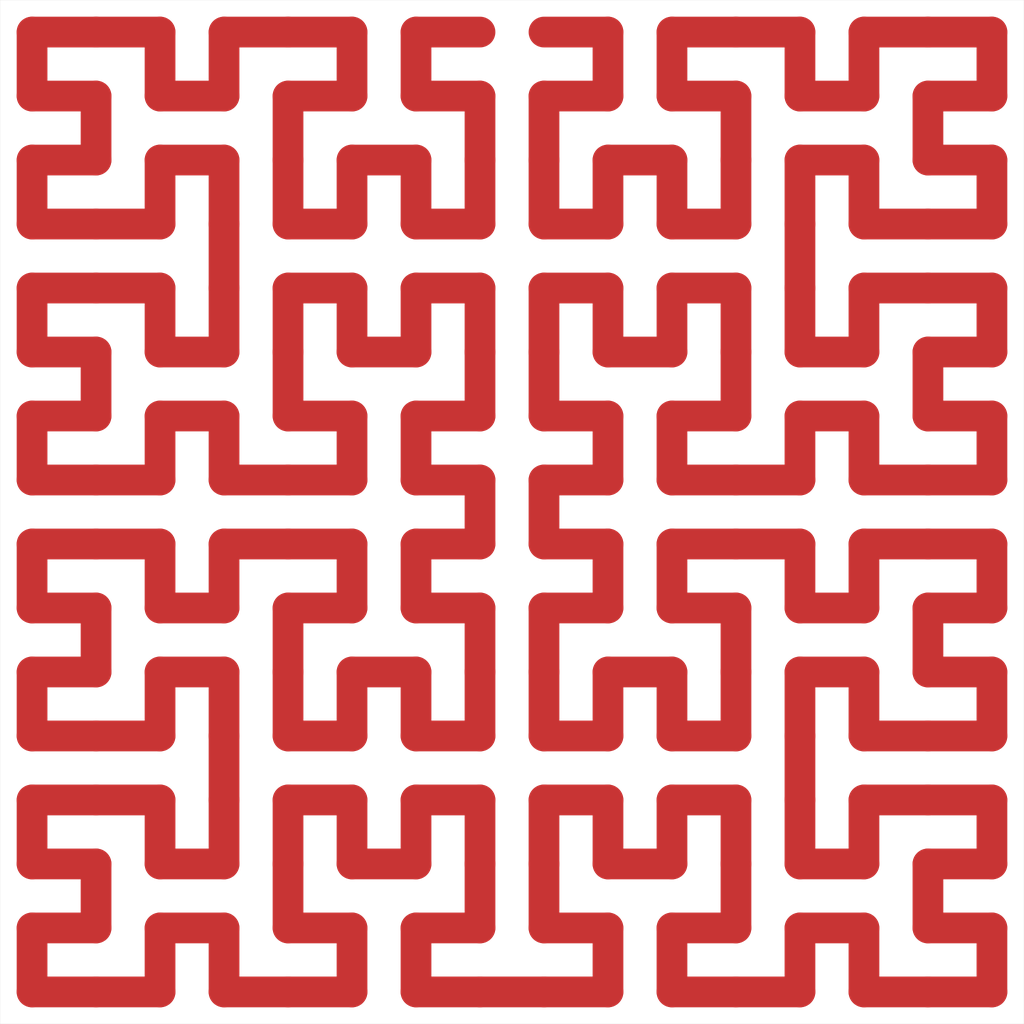
<source format=kicad_pcb>
(kicad_pcb
	(version 20241229)
	(generator "pcbnew")
	(generator_version "9.0")
	(general
		(thickness 1.6)
		(legacy_teardrops no)
	)
	(paper "A1")
	(layers
		(0 "F.Cu" signal)
		(2 "B.Cu" signal)
		(9 "F.Adhes" user "F.Adhesive")
		(11 "B.Adhes" user "B.Adhesive")
		(13 "F.Paste" user)
		(15 "B.Paste" user)
		(5 "F.SilkS" user "F.Silkscreen")
		(7 "B.SilkS" user "B.Silkscreen")
		(1 "F.Mask" user)
		(3 "B.Mask" user)
		(17 "Dwgs.User" user "User.Drawings")
		(19 "Cmts.User" user "User.Comments")
		(21 "Eco1.User" user "User.Eco1")
		(23 "Eco2.User" user "User.Eco2")
		(25 "Edge.Cuts" user)
		(27 "Margin" user)
		(31 "F.CrtYd" user "F.Courtyard")
		(29 "B.CrtYd" user "B.Courtyard")
		(35 "F.Fab" user)
		(33 "B.Fab" user)
		(39 "User.1" user)
		(41 "User.2" user)
		(43 "User.3" user)
		(45 "User.4" user)
	)
	(setup
		(pad_to_mask_clearance 0)
		(allow_soldermask_bridges_in_footprints no)
		(tenting front back)
		(pcbplotparams
			(layerselection 0x00000000_00000000_55555555_5755f5ff)
			(plot_on_all_layers_selection 0x00000000_00000000_00000000_00000000)
			(disableapertmacros no)
			(usegerberextensions no)
			(usegerberattributes yes)
			(usegerberadvancedattributes yes)
			(creategerberjobfile yes)
			(dashed_line_dash_ratio 12.000000)
			(dashed_line_gap_ratio 3.000000)
			(svgprecision 4)
			(plotframeref no)
			(mode 1)
			(useauxorigin no)
			(hpglpennumber 1)
			(hpglpenspeed 20)
			(hpglpendiameter 15.000000)
			(pdf_front_fp_property_popups yes)
			(pdf_back_fp_property_popups yes)
			(pdf_metadata yes)
			(pdf_single_document no)
			(dxfpolygonmode yes)
			(dxfimperialunits yes)
			(dxfusepcbnewfont yes)
			(psnegative no)
			(psa4output no)
			(plot_black_and_white yes)
			(sketchpadsonfab no)
			(plotpadnumbers no)
			(hidednponfab no)
			(sketchdnponfab yes)
			(crossoutdnponfab yes)
			(subtractmaskfromsilk no)
			(outputformat 1)
			(mirror no)
			(drillshape 1)
			(scaleselection 1)
			(outputdirectory "")
		)
	)
	(net 0 "")
	(net 1 "Net-(J1-Pin_1)")
	(gr_rect
		(start 215.75 97.175)
		(end 615.75 497.175)
		(stroke
			(width 0.05)
			(type solid)
		)
		(fill no)
		(layer "Edge.Cuts")
		(uuid "7ba1ec57-d857-4f63-ba6b-13526ad80acd")
	)
	(segment
		(start 303.25 134.675)
		(end 278.25 134.675)
		(width 12)
		(layer "F.Cu")
		(net 1)
		(uuid "027bfcd4-0772-4d75-b326-0f61c9f0b976")
	)
	(segment
		(start 478.25 384.675)
		(end 478.25 359.675)
		(width 12)
		(layer "F.Cu")
		(net 1)
		(uuid "03797168-6dc5-43e2-8749-5e911147aac1")
	)
	(segment
		(start 553.25 134.675)
		(end 528.25 134.675)
		(width 12)
		(layer "F.Cu")
		(net 1)
		(uuid "03dfa57b-7150-4143-a762-907b7c9f147c")
	)
	(segment
		(start 528.25 209.675)
		(end 528.25 184.675)
		(width 12)
		(layer "F.Cu")
		(net 1)
		(uuid "0505b751-667d-43c6-8993-d0535b020cd5")
	)
	(segment
		(start 378.25 284.675)
		(end 403.25 284.675)
		(width 12)
		(layer "F.Cu")
		(net 1)
		(uuid "0699972b-2c04-4d7e-9149-624c987de365")
	)
	(segment
		(start 253.25 334.675)
		(end 253.25 359.675)
		(width 12)
		(layer "F.Cu")
		(net 1)
		(uuid "06feac80-6864-4e05-b3bd-0906876ed503")
	)
	(segment
		(start 528.25 409.675)
		(end 528.25 384.675)
		(width 12)
		(layer "F.Cu")
		(net 1)
		(uuid "082a28ae-40f0-4615-99c1-938889219585")
	)
	(segment
		(start 453.25 109.675)
		(end 428.25 109.675)
		(width 12)
		(layer "F.Cu")
		(net 1)
		(uuid "086964ed-6ed6-47fc-aea7-93a72ae1c2a5")
	)
	(segment
		(start 253.25 409.675)
		(end 228.25 409.675)
		(width 12)
		(layer "F.Cu")
		(net 1)
		(uuid "09c89122-56de-4557-b79e-278ec22aea1a")
	)
	(segment
		(start 578.25 334.675)
		(end 603.25 334.675)
		(width 12)
		(layer "F.Cu")
		(net 1)
		(uuid "0a4a68a6-83d3-405c-9caf-ecf8389b4f97")
	)
	(segment
		(start 553.25 459.675)
		(end 553.25 484.675)
		(width 12)
		(layer "F.Cu")
		(net 1)
		(uuid "0a932092-d78a-4a9b-9bb9-64c215024715")
	)
	(segment
		(start 253.25 109.675)
		(end 228.25 109.675)
		(width 12)
		(layer "F.Cu")
		(net 1)
		(uuid "0b1b1d75-3ab1-46c1-9caa-0af1602af8b0")
	)
	(segment
		(start 328.25 284.675)
		(end 353.25 284.675)
		(width 12)
		(layer "F.Cu")
		(net 1)
		(uuid "0bfa7526-6179-4139-9cb9-a983a69a5b68")
	)
	(segment
		(start 453.25 459.675)
		(end 428.25 459.675)
		(width 12)
		(layer "F.Cu")
		(net 1)
		(uuid "0bfe9c9a-b991-4793-8b9d-c26a3702d154")
	)
	(segment
		(start 603.25 434.675)
		(end 603.25 409.675)
		(width 12)
		(layer "F.Cu")
		(net 1)
		(uuid "0c187ef8-84b0-42e7-801a-450f7ac5e463")
	)
	(segment
		(start 403.25 209.675)
		(end 403.25 234.675)
		(width 12)
		(layer "F.Cu")
		(net 1)
		(uuid "0d3a2338-0db3-4021-9a89-e294e9593180")
	)
	(segment
		(start 528.25 384.675)
		(end 528.25 359.675)
		(width 12)
		(layer "F.Cu")
		(net 1)
		(uuid "0e3c71f0-a2e9-4d3b-93fb-c061e4109653")
	)
	(segment
		(start 453.25 359.675)
		(end 453.25 384.675)
		(width 12)
		(layer "F.Cu")
		(net 1)
		(uuid "0e84371c-bfa1-4fdd-94c1-24bacf0f6141")
	)
	(segment
		(start 228.25 484.675)
		(end 253.25 484.675)
		(width 12)
		(layer "F.Cu")
		(net 1)
		(uuid "0fa46f50-8611-4382-adcc-dcaafe99886c")
	)
	(segment
		(start 403.25 259.675)
		(end 378.25 259.675)
		(width 12)
		(layer "F.Cu")
		(net 1)
		(uuid "0fc0a252-9339-4e97-b9b2-791a7daf5b35")
	)
	(segment
		(start 378.25 109.675)
		(end 378.25 134.675)
		(width 12)
		(layer "F.Cu")
		(net 1)
		(uuid "103581e4-1693-416e-abd7-a3ae7c071d58")
	)
	(segment
		(start 228.25 459.675)
		(end 228.25 484.675)
		(width 12)
		(layer "F.Cu")
		(net 1)
		(uuid "10eb56d9-7b9b-45a6-b1c3-05b5e5596c0e")
	)
	(segment
		(start 253.25 234.675)
		(end 253.25 259.675)
		(width 12)
		(layer "F.Cu")
		(net 1)
		(uuid "113059a5-d465-442e-a662-1df7b0fb49be")
	)
	(segment
		(start 373.1 373.525)
		(end 374.975 373.525)
		(width 0.314257)
		(layer "F.Cu")
		(net 1)
		(uuid "113835ab-91c3-4a05-835b-ab26083f68a2")
	)
	(segment
		(start 453.25 484.675)
		(end 453.25 459.675)
		(width 12)
		(layer "F.Cu")
		(net 1)
		(uuid "113e4c0f-45fb-4de3-9979-a83fef4634e9")
	)
	(segment
		(start 353.25 184.675)
		(end 328.25 184.675)
		(width 12)
		(layer "F.Cu")
		(net 1)
		(uuid "114d42e5-ad2c-40dd-ac32-5173b8136ea1")
	)
	(segment
		(start 503.25 259.675)
		(end 478.25 259.675)
		(width 12)
		(layer "F.Cu")
		(net 1)
		(uuid "11504351-a837-4997-b826-2ee46cd7e7e4")
	)
	(segment
		(start 353.25 359.675)
		(end 353.25 384.675)
		(width 12)
		(layer "F.Cu")
		(net 1)
		(uuid "12ee8d43-ba1f-432d-83e2-998cadd3a47e")
	)
	(segment
		(start 278.25 434.675)
		(end 278.25 409.675)
		(width 12)
		(layer "F.Cu")
		(net 1)
		(uuid "1397f673-f2bd-4368-91e6-1b7d1017f53f")
	)
	(segment
		(start 303.25 384.675)
		(end 303.25 409.675)
		(width 12)
		(layer "F.Cu")
		(net 1)
		(uuid "13a29d91-7856-4d1a-9726-9d37fbe08187")
	)
	(segment
		(start 353.25 309.675)
		(end 328.25 309.675)
		(width 12)
		(layer "F.Cu")
		(net 1)
		(uuid "13d0d954-8be2-485b-8478-98813a20efe6")
	)
	(segment
		(start 478.25 159.675)
		(end 453.25 159.675)
		(width 12)
		(layer "F.Cu")
		(net 1)
		(uuid "1463a6dc-2e2a-4d73-952e-738f4ee404ee")
	)
	(segment
		(start 528.25 459.675)
		(end 553.25 459.675)
		(width 12)
		(layer "F.Cu")
		(net 1)
		(uuid "148e2375-59f4-4a03-aa3f-35b47177fe2a")
	)
	(segment
		(start 378.25 259.675)
		(end 378.25 284.675)
		(width 12)
		(layer "F.Cu")
		(net 1)
		(uuid "14ad8514-16d8-4f3b-a1e6-ca4ebf1d8207")
	)
	(segment
		(start 353.25 334.675)
		(end 353.25 309.675)
		(width 12)
		(layer "F.Cu")
		(net 1)
		(uuid "15db12e7-6227-424c-8718-33ef17c800d8")
	)
	(segment
		(start 403.25 284.675)
		(end 403.25 309.675)
		(width 12)
		(layer "F.Cu")
		(net 1)
		(uuid "1629f727-546f-41b3-9e10-2ac4c6dfea30")
	)
	(segment
		(start 353.25 384.675)
		(end 328.25 384.675)
		(width 12)
		(layer "F.Cu")
		(net 1)
		(uuid "17697553-0296-4f1a-8002-f27a97ff5a73")
	)
	(segment
		(start 328.25 384.675)
		(end 328.25 359.675)
		(width 12)
		(layer "F.Cu")
		(net 1)
		(uuid "1771fed5-adaa-46b2-88b0-c6cc38f38df3")
	)
	(segment
		(start 303.25 359.675)
		(end 303.25 384.675)
		(width 12)
		(layer "F.Cu")
		(net 1)
		(uuid "187d3695-5e44-4a21-9d7d-3d820b23024a")
	)
	(segment
		(start 528.25 259.675)
		(end 553.25 259.675)
		(width 12)
		(layer "F.Cu")
		(net 1)
		(uuid "1a6b1d90-35cb-41d7-92fe-5ce20397faa0")
	)
	(segment
		(start 503.25 309.675)
		(end 478.25 309.675)
		(width 12)
		(layer "F.Cu")
		(net 1)
		(uuid "1aa76f2c-4acd-4f80-b27f-9be355aed420")
	)
	(segment
		(start 478.25 434.675)
		(end 478.25 409.675)
		(width 12)
		(layer "F.Cu")
		(net 1)
		(uuid "1c1544fb-89a6-47dc-bb16-2d656d9d51dc")
	)
	(segment
		(start 378.25 459.675)
		(end 378.25 484.675)
		(width 12)
		(layer "F.Cu")
		(net 1)
		(uuid "1c570c93-45bf-437d-a723-fb6fb5647b03")
	)
	(segment
		(start 353.25 234.675)
		(end 378.25 234.675)
		(width 12)
		(layer "F.Cu")
		(net 1)
		(uuid "1d658a78-a67c-4ae6-8be7-83c8955c8cca")
	)
	(segment
		(start 328.25 109.675)
		(end 303.25 109.675)
		(width 12)
		(layer "F.Cu")
		(net 1)
		(uuid "1e05cc21-bdb5-4a39-801a-9d7c8dba03ac")
	)
	(segment
		(start 228.25 409.675)
		(end 228.25 434.675)
		(width 12)
		(layer "F.Cu")
		(net 1)
		(uuid "1e43e5d6-53d9-44d5-baa2-cf355435cff5")
	)
	(segment
		(start 328.25 259.675)
		(end 328.25 234.675)
		(width 12)
		(layer "F.Cu")
		(net 1)
		(uuid "20343212-0b8d-4534-8651-e61a5b1afbd7")
	)
	(segment
		(start 553.25 384.675)
		(end 578.25 384.675)
		(width 12)
		(layer "F.Cu")
		(net 1)
		(uuid "2066f2c3-36b3-47d9-8353-3d319fdafc11")
	)
	(segment
		(start 503.25 434.675)
		(end 503.25 459.675)
		(width 12)
		(layer "F.Cu")
		(net 1)
		(uuid "21cf72eb-58bd-40c1-a664-95201e020512")
	)
	(segment
		(start 378.25 434.675)
		(end 378.25 409.675)
		(width 12)
		(layer "F.Cu")
		(net 1)
		(uuid "24e96945-01dd-4e4e-b02a-d415efd3fc39")
	)
	(segment
		(start 328.25 134.675)
		(end 353.25 134.675)
		(width 12)
		(layer "F.Cu")
		(net 1)
		(uuid "254fc0d1-90e7-4ded-bf31-ce6a4294d63e")
	)
	(segment
		(start 403.25 334.675)
		(end 403.25 359.675)
		(width 12)
		(layer "F.Cu")
		(net 1)
		(uuid "2618d8cc-8e22-43bf-94dd-512796a29e46")
	)
	(segment
		(start 403.25 234.675)
		(end 403.25 259.675)
		(width 12)
		(layer "F.Cu")
		(net 1)
		(uuid "265ef78a-0559-4c97-8cb1-2cab7108789b")
	)
	(segment
		(start 478.25 109.675)
		(end 478.25 134.675)
		(width 12)
		(layer "F.Cu")
		(net 1)
		(uuid "26b5d0d0-ff99-4fc3-b18f-0f89812b3fec")
	)
	(segment
		(start 578.25 134.675)
		(end 603.25 134.675)
		(width 12)
		(layer "F.Cu")
		(net 1)
		(uuid "275b5838-37d9-406b-b55f-b5b377ce7a1d")
	)
	(segment
		(start 603.25 384.675)
		(end 603.25 359.675)
		(width 12)
		(layer "F.Cu")
		(net 1)
		(uuid "293ab387-3a40-4fb1-b413-3127b4c6ec8c")
	)
	(segment
		(start 478.25 134.675)
		(end 503.25 134.675)
		(width 12)
		(layer "F.Cu")
		(net 1)
		(uuid "2d82d9bd-6fb4-4575-91a7-13267581fbfd")
	)
	(segment
		(start 328.25 334.675)
		(end 353.25 334.675)
		(width 12)
		(layer "F.Cu")
		(net 1)
		(uuid "2dcf2883-83f8-4f01-bc1c-5bca836d3e5f")
	)
	(segment
		(start 478.25 484.675)
		(end 503.25 484.675)
		(width 12)
		(layer "F.Cu")
		(net 1)
		(uuid "2f78e785-fe17-4bb3-bd51-cd878a3b7547")
	)
	(segment
		(start 578.25 484.675)
		(end 603.25 484.675)
		(width 12)
		(layer "F.Cu")
		(net 1)
		(uuid "3083787b-f8a2-4807-ad7b-b4102e31e2ea")
	)
	(segment
		(start 428.25 284.675)
		(end 453.25 284.675)
		(width 12)
		(layer "F.Cu")
		(net 1)
		(uuid "30fd399d-31cf-434f-b787-5506a8ec01c2")
	)
	(segment
		(start 403.25 359.675)
		(end 403.25 384.675)
		(width 12)
		(layer "F.Cu")
		(net 1)
		(uuid "32fe093b-ad71-4fc4-aa78-83a7e763f4d9")
	)
	(segment
		(start 353.25 409.675)
		(end 353.25 434.675)
		(width 12)
		(layer "F.Cu")
		(net 1)
		(uuid "34663724-6ca7-4766-a701-c56bda5a61e5")
	)
	(segment
		(start 303.25 284.675)
		(end 328.25 284.675)
		(width 12)
		(layer "F.Cu")
		(net 1)
		(uuid "34ed91fc-c253-4924-9b7a-19148d1c5115")
	)
	(segment
		(start 378.25 234.675)
		(end 378.25 209.675)
		(width 12)
		(layer "F.Cu")
		(net 1)
		(uuid "35f4634f-d7a8-4506-87ad-9c3c7b153351")
	)
	(segment
		(start 328.25 184.675)
		(end 328.25 159.675)
		(width 12)
		(layer "F.Cu")
		(net 1)
		(uuid "374faa85-87bf-4de3-8d79-cf746e519b49")
	)
	(segment
		(start 578.25 384.675)
		(end 603.25 384.675)
		(width 12)
		(layer "F.Cu")
		(net 1)
		(uuid "376ac02c-c0b0-43bb-b2ed-72505f9ad17e")
	)
	(segment
		(start 278.25 484.675)
		(end 278.25 459.675)
		(width 12)
		(layer "F.Cu")
		(net 1)
		(uuid "379df04a-d9b1-4faf-ad0d-a63e506a64d5")
	)
	(segment
		(start 378.25 484.675)
		(end 403.25 484.675)
		(width 12)
		(layer "F.Cu")
		(net 1)
		(uuid "38da8abc-e304-4693-8b8c-b4891eb91bd6")
	)
	(segment
		(start 228.25 184.675)
		(end 253.25 184.675)
		(width 12)
		(layer "F.Cu")
		(net 1)
		(uuid "39061ba9-71e7-4c23-978e-19b3c292d4ec")
	)
	(segment
		(start 353.25 434.675)
		(end 378.25 434.675)
		(width 12)
		(layer "F.Cu")
		(net 1)
		(uuid "3929a1c7-9453-475a-bdaf-3f73bf93355c")
	)
	(segment
		(start 578.25 459.675)
		(end 578.25 434.675)
		(width 12)
		(layer "F.Cu")
		(net 1)
		(uuid "3953a372-06c4-44eb-b554-d802830ddb22")
	)
	(segment
		(start 278.25 159.675)
		(end 303.25 159.675)
		(width 12)
		(layer "F.Cu")
		(net 1)
		(uuid "397dc8cd-c099-4cd3-8b5a-3a1e49303939")
	)
	(segment
		(start 228.25 434.675)
		(end 253.25 434.675)
		(width 12)
		(layer "F.Cu")
		(net 1)
		(uuid "3aa40248-f84e-4382-aae3-54c8505a6222")
	)
	(segment
		(start 403.25 384.675)
		(end 378.25 384.675)
		(width 12)
		(layer "F.Cu")
		(net 1)
		(uuid "3acf6fe0-03a8-484a-bfc9-3196fef0f7f2")
	)
	(segment
		(start 528.25 309.675)
		(end 503.25 309.675)
		(width 12)
		(layer "F.Cu")
		(net 1)
		(uuid "3b30d1ca-4486-4c78-9ba4-20743eb626f3")
	)
	(segment
		(start 228.25 359.675)
		(end 228.25 384.675)
		(width 12)
		(layer "F.Cu")
		(net 1)
		(uuid "3c0d4057-95d1-477c-b00f-bbb1c16a885c")
	)
	(segment
		(start 553.25 484.675)
		(end 578.25 484.675)
		(width 12)
		(layer "F.Cu")
		(net 1)
		(uuid "3caed667-0f41-4c0f-b188-82af8ef69716")
	)
	(segment
		(start 403.25 109.675)
		(end 378.25 109.675)
		(width 12)
		(layer "F.Cu")
		(net 1)
		(uuid "3d0c1924-f0f2-40a9-b3fc-6a9193fbb3cc")
	)
	(segment
		(start 553.25 359.675)
		(end 553.25 384.675)
		(width 12)
		(layer "F.Cu")
		(net 1)
		(uuid "40902144-13ed-4696-9bfe-0e88248c3862")
	)
	(segment
		(start 428.25 134.675)
		(end 453.25 134.675)
		(width 12)
		(layer "F.Cu")
		(net 1)
		(uuid "40a5e6cb-f8cd-4d01-a539-0e9ffafcdcbe")
	)
	(segment
		(start 253.25 159.675)
		(end 228.25 159.675)
		(width 12)
		(layer "F.Cu")
		(net 1)
		(uuid "42c2034e-ad3e-4f48-bef1-6fe5ce54c90d")
	)
	(segment
		(start 553.25 184.675)
		(end 578.25 184.675)
		(width 12)
		(layer "F.Cu")
		(net 1)
		(uuid "42f56a14-4072-4872-8dfc-c46cdb009614")
	)
	(segment
		(start 478.25 459.675)
		(end 478.25 484.675)
		(width 12)
		(layer "F.Cu")
		(net 1)
		(uuid "44d7a0cf-cf75-4c3b-9ab9-f80780a07ce4")
	)
	(segment
		(start 503.25 484.675)
		(end 528.25 484.675)
		(width 12)
		(layer "F.Cu")
		(net 1)
		(uuid "46eb0db4-25f1-424a-a461-d3ee2a34cc61")
	)
	(segment
		(start 553.25 209.675)
		(end 553.25 234.675)
		(width 12)
		(layer "F.Cu")
		(net 1)
		(uuid "47b2de83-a38a-4410-93f3-fa10e94b4dba")
	)
	(segment
		(start 553.25 259.675)
		(end 553.25 284.675)
		(width 12)
		(layer "F.Cu")
		(net 1)
		(uuid "4862d077-bfcd-49e0-bbd2-580482e88afd")
	)
	(segment
		(start 278.25 359.675)
		(end 303.25 359.675)
		(width 12)
		(layer "F.Cu")
		(net 1)
		(uuid "48a4df35-071c-403d-8ede-51b11b0ac73f")
	)
	(segment
		(start 603.25 109.675)
		(end 578.25 109.675)
		(width 12)
		(layer "F.Cu")
		(net 1)
		(uuid "4bad7bdd-4726-46ce-a8e2-0c47b1317739")
	)
	(segment
		(start 503.25 359.675)
		(end 503.25 384.675)
		(width 12)
		(layer "F.Cu")
		(net 1)
		(uuid "4e46817f-0b08-46ec-a264-b7998c40df6f")
	)
	(segment
		(start 278.25 459.675)
		(end 303.25 459.675)
		(width 12)
		(layer "F.Cu")
		(net 1)
		(uuid "4ee1be1a-2ba7-4848-a19b-a07e3f61c658")
	)
	(segment
		(start 278.25 384.675)
		(end 278.25 359.675)
		(width 12)
		(layer "F.Cu")
		(net 1)
		(uuid "4f244b28-566d-49a5-9afc-5c6964f5518a")
	)
	(segment
		(start 353.25 484.675)
		(end 353.25 459.675)
		(width 12)
		(layer "F.Cu")
		(net 1)
		(uuid "500d8e58-0790-4c6d-8b30-04eeb0f71c41")
	)
	(segment
		(start 453.25 134.675)
		(end 453.25 109.675)
		(width 12)
		(layer "F.Cu")
		(net 1)
		(uuid "52533c6f-786e-457c-a968-41fda541f207")
	)
	(segment
		(start 578.25 159.675)
		(end 578.25 134.675)
		(width 12)
		(layer "F.Cu")
		(net 1)
		(uuid "53856adb-6dad-4743-af9d-a171d7dd8990")
	)
	(segment
		(start 503.25 159.675)
		(end 503.25 184.675)
		(width 12)
		(layer "F.Cu")
		(net 1)
		(uuid "55d2bb5a-95a3-44f7-bdf1-7c90ed170cf8")
	)
	(segment
		(start 478.25 409.675)
		(end 503.25 409.675)
		(width 12)
		(layer "F.Cu")
		(net 1)
		(uuid "56cc80f2-8e04-44d4-ae53-ad98e55d2823")
	)
	(segment
		(start 378.25 184.675)
		(end 378.25 159.675)
		(width 12)
		(layer "F.Cu")
		(net 1)
		(uuid "57e68be6-10b8-4db8-b5d7-6b8d2dd683e5")
	)
	(segment
		(start 428.25 184.675)
		(end 428.25 159.675)
		(width 12)
		(layer "F.Cu")
		(net 1)
		(uuid "58cb425e-6663-4e3c-a969-03c839253a1c")
	)
	(segment
		(start 278.25 309.675)
		(end 253.25 309.675)
		(width 12)
		(layer "F.Cu")
		(net 1)
		(uuid "5a35e124-d640-4e60-8d8e-72b0913e0842")
	)
	(segment
		(start 478.25 259.675)
		(end 478.25 284.675)
		(width 12)
		(layer "F.Cu")
		(net 1)
		(uuid "5b09ed06-abb2-4e83-bbcd-d5686b62cb8f")
	)
	(segment
		(start 578.25 209.675)
		(end 553.25 209.675)
		(width 12)
		(layer "F.Cu")
		(net 1)
		(uuid "5cc48455-97ab-46ca-a681-c8071ef44c6c")
	)
	(segment
		(start 328.25 159.675)
		(end 328.25 134.675)
		(width 12)
		(layer "F.Cu")
		(net 1)
		(uuid "5dfbb177-f5a4-4410-a865-3da5d849f167")
	)
	(segment
		(start 228.25 234.675)
		(end 253.25 234.675)
		(width 12)
		(layer "F.Cu")
		(net 1)
		(uuid "5e31ab33-fa2e-4d5c-81d2-c194636e28f0")
	)
	(segment
		(start 353.25 459.675)
		(end 328.25 459.675)
		(width 12)
		(layer "F.Cu")
		(net 1)
		(uuid "5eafa28e-78d8-4dde-9e5a-fa65b6157514")
	)
	(segment
		(start 378.25 159.675)
		(end 353.25 159.675)
		(width 12)
		(layer "F.Cu")
		(net 1)
		(uuid "629a332a-473d-48e1-b32d-ed842f533fe2")
	)
	(segment
		(start 503.25 284.675)
		(end 528.25 284.675)
		(width 12)
		(layer "F.Cu")
		(net 1)
		(uuid "62b9c279-05ca-44a6-a930-9bb129f257a6")
	)
	(segment
		(start 253.25 134.675)
		(end 253.25 159.675)
		(width 12)
		(layer "F.Cu")
		(net 1)
		(uuid "631d276d-ec81-4719-9523-999764a53fcd")
	)
	(segment
		(start 553.25 284.675)
		(end 578.25 284.675)
		(width 12)
		(layer "F.Cu")
		(net 1)
		(uuid "6448b257-3793-4148-a699-9be0a261a6e2")
	)
	(segment
		(start 578.25 184.675)
		(end 603.25 184.675)
		(width 12)
		(layer "F.Cu")
		(net 1)
		(uuid "670fddf2-d7c9-4771-992d-013fc72ea105")
	)
	(segment
		(start 253.25 259.675)
		(end 228.25 259.675)
		(width 12)
		(layer "F.Cu")
		(net 1)
		(uuid "67552096-51d3-4a38-9cfb-9134d24b8bbe")
	)
	(segment
		(start 253.25 284.675)
		(end 278.25 284.675)
		(width 12)
		(layer "F.Cu")
		(net 1)
		(uuid "683c9e64-d3dd-4cce-9b72-08c643d0c1bc")
	)
	(segment
		(start 303.25 159.675)
		(end 303.25 184.675)
		(width 12)
		(layer "F.Cu")
		(net 1)
		(uuid "698d9f0d-606c-43ad-844a-403e67888fa1")
	)
	(segment
		(start 278.25 184.675)
		(end 278.25 159.675)
		(width 12)
		(layer "F.Cu")
		(net 1)
		(uuid "6a31a55b-f0ac-425c-8f11-dabad8115898")
	)
	(segment
		(start 303.25 459.675)
		(end 303.25 484.675)
		(width 12)
		(layer "F.Cu")
		(net 1)
		(uuid "6aac78d0-3caa-4bd0-bc5f-f3bf44ce5a9b")
	)
	(segment
		(start 253.25 384.675)
		(end 278.25 384.675)
		(width 12)
		(layer "F.Cu")
		(net 1)
		(uuid "6b5cf594-14ca-40dd-bca2-2e6d0ac08e64")
	)
	(segment
		(start 228.25 159.675)
		(end 228.25 184.675)
		(width 12)
		(layer "F.Cu")
		(net 1)
		(uuid "6eec7325-76fa-4c68-8973-4f160d1decd5")
	)
	(segment
		(start 553.25 409.675)
		(end 553.25 434.675)
		(width 12)
		(layer "F.Cu")
		(net 1)
		(uuid "6fc1e943-30d4-4d0d-a5e1-5c8b2c95402b")
	)
	(segment
		(start 378.25 334.675)
		(end 403.25 334.675)
		(width 12)
		(layer "F.Cu")
		(net 1)
		(uuid "6fe40169-d1ed-448a-88a6-6abd82804d01")
	)
	(segment
		(start 253.25 459.675)
		(end 228.25 459.675)
		(width 12)
		(layer "F.Cu")
		(net 1)
		(uuid "6fe830d9-8400-4518-af0c-165b2a4408a8")
	)
	(segment
		(start 328.25 459.675)
		(end 328.25 434.675)
		(width 12)
		(layer "F.Cu")
		(net 1)
		(uuid "70d29293-06d6-4fc0-be66-4016248eb670")
	)
	(segment
		(start 428.25 359.675)
		(end 428.25 334.675)
		(width 12)
		(layer "F.Cu")
		(net 1)
		(uuid "70ef8463-e505-4cbf-accd-08733f6e659e")
	)
	(segment
		(start 553.25 234.675)
		(end 528.25 234.675)
		(width 12)
		(layer "F.Cu")
		(net 1)
		(uuid "712e70d6-960f-43b0-ba52-ac5fc6e750ab")
	)
	(segment
		(start 378.25 134.675)
		(end 403.25 134.675)
		(width 12)
		(layer "F.Cu")
		(net 1)
		(uuid "71343e04-f97f-4d11-a289-820559cd632e")
	)
	(segment
		(start 528.25 234.675)
		(end 528.25 209.675)
		(width 12)
		(layer "F.Cu")
		(net 1)
		(uuid "739f5c77-8bf7-4d62-9afb-d17ff04c7dcb")
	)
	(segment
		(start 228.25 109.675)
		(end 228.25 134.675)
		(width 12)
		(layer "F.Cu")
		(net 1)
		(uuid "74b22051-21f0-4eec-8e63-e43f519aff43")
	)
	(segment
		(start 328.25 434.675)
		(end 328.25 409.675)
		(width 12)
		(layer "F.Cu")
		(net 1)
		(uuid "752ab69d-ee3e-421a-80cb-9d1679b37a7c")
	)
	(segment
		(start 378.25 309.675)
		(end 378.25 334.675)
		(width 12)
		(layer "F.Cu")
		(net 1)
		(uuid "75887568-b935-44f3-99d1-c3d6dce1a56e")
	)
	(segment
		(start 578.25 284.675)
		(end 603.25 284.675)
		(width 12)
		(layer "F.Cu")
		(net 1)
		(uuid "75d787c6-d51f-4edb-aa3a-5be8b4aa266f")
	)
	(segment
		(start 278.25 259.675)
		(end 303.25 259.675)
		(width 12)
		(layer "F.Cu")
		(net 1)
		(uuid "75d9cbb5-5dec-41f7-9cf6-0619ae73e788")
	)
	(segment
		(start 253.25 184.675)
		(end 278.25 184.675)
		(width 12)
		(layer "F.Cu")
		(net 1)
		(uuid "76c3d19a-4c77-4a84-8ec8-867e20382a4d")
	)
	(segment
		(start 278.25 134.675)
		(end 278.25 109.675)
		(width 12)
		(layer "F.Cu")
		(net 1)
		(uuid "793884a4-3afe-4a56-a5e1-f93db9118db5")
	)
	(segment
		(start 403.25 184.675)
		(end 378.25 184.675)
		(width 12)
		(layer "F.Cu")
		(net 1)
		(uuid "79f6b80c-d7f7-4549-b80c-9e5d42f84c32")
	)
	(segment
		(start 578.25 309.675)
		(end 553.25 309.675)
		(width 12)
		(layer "F.Cu")
		(net 1)
		(uuid "7b11d18b-8492-4d6a-9085-f5716f9bf72e")
	)
	(segment
		(start 428.25 434.675)
		(end 428.25 409.675)
		(width 12)
		(layer "F.Cu")
		(net 1)
		(uuid "7c31f35f-1e60-4415-8f96-762e4c47890c")
	)
	(segment
		(start 503.25 109.675)
		(end 478.25 109.675)
		(width 12)
		(layer "F.Cu")
		(net 1)
		(uuid "7c4edcca-4a2c-4b1e-8730-68b8b4417376")
	)
	(segment
		(start 478.25 209.675)
		(end 503.25 209.675)
		(width 12)
		(layer "F.Cu")
		(net 1)
		(uuid "803649ee-df8b-451f-923d-706a111bc68a")
	)
	(segment
		(start 228.25 209.675)
		(end 228.25 234.675)
		(width 12)
		(layer "F.Cu")
		(net 1)
		(uuid "81bf2fc5-7e68-4070-8e13-d900f4a3f1c4")
	)
	(segment
		(start 403.25 134.675)
		(end 403.25 159.675)
		(width 12)
		(layer "F.Cu")
		(net 1)
		(uuid "81e72021-5779-479c-a39c-d5d24548f4e4")
	)
	(segment
		(start 528.25 284.675)
		(end 528.25 259.675)
		(width 12)
		(layer "F.Cu")
		(net 1)
		(uuid "833678cf-9ccd-4b8d-9848-d3d75828c71e")
	)
	(segment
		(start 578.25 234.675)
		(end 603.25 234.675)
		(width 12)
		(layer "F.Cu")
		(net 1)
		(uuid "840179eb-3b14-4653-89e9-c042cbf40c36")
	)
	(segment
		(start 303.25 484.675)
		(end 328.25 484.675)
		(width 12)
		(layer "F.Cu")
		(net 1)
		(uuid "895539a2-548e-444d-9e7a-fb7c8c834009")
	)
	(segment
		(start 603.25 134.675)
		(end 603.25 109.675)
		(width 12)
		(layer "F.Cu")
		(net 1)
		(uuid "89efcf25-8972-4547-85e9-bb55ed602b16")
	)
	(segment
		(start 253.25 434.675)
		(end 253.25 459.675)
		(width 12)
		(layer "F.Cu")
		(net 1)
		(uuid "90251f7f-911f-423e-a5e0-961f747d5f64")
	)
	(segment
		(start 428.25 409.675)
		(end 453.25 409.675)
		(width 12)
		(layer "F.Cu")
		(net 1)
		(uuid "90277974-1d55-4a50-b277-69359f77785c")
	)
	(segment
		(start 503.25 234.675)
		(end 503.25 259.675)
		(width 12)
		(layer "F.Cu")
		(net 1)
		(uuid "91f3976e-776c-4fbe-98d3-c133e829a909")
	)
	(segment
		(start 303.25 184.675)
		(end 303.25 209.675)
		(width 12)
		(layer "F.Cu")
		(net 1)
		(uuid "9222335e-4985-41cb-8b98-ee42c04e6bac")
	)
	(segment
		(start 603.25 259.675)
		(end 578.25 259.675)
		(width 12)
		(layer "F.Cu")
		(net 1)
		(uuid "92b7c854-10b0-435b-830b-832b354ed346")
	)
	(segment
		(start 428.25 334.675)
		(end 453.25 334.675)
		(width 12)
		(layer "F.Cu")
		(net 1)
		(uuid "93c10821-2980-4d84-91b6-2ec347d5dd20")
	)
	(segment
		(start 328.25 234.675)
		(end 328.25 209.675)
		(width 12)
		(layer "F.Cu")
		(net 1)
		(uuid "96bc31f7-c15b-471a-9317-4c221dbfbc5e")
	)
	(segment
		(start 328.25 309.675)
		(end 303.25 309.675)
		(width 12)
		(layer "F.Cu")
		(net 1)
		(uuid "96dd1d03-d6f3-44f2-8b8c-bcd7334a949d")
	)
	(segment
		(start 303.25 334.675)
		(end 278.25 334.675)
		(width 12)
		(layer "F.Cu")
		(net 1)
		(uuid "9896904e-e261-40df-b452-22b023340185")
	)
	(segment
		(start 528.25 434.675)
		(end 528.25 409.675)
		(width 12)
		(layer "F.Cu")
		(net 1)
		(uuid "99d356da-dff0-4cae-b21e-f1c052541742")
	)
	(segment
		(start 578.25 434.675)
		(end 603.25 434.675)
		(width 12)
		(layer "F.Cu")
		(net 1)
		(uuid "9a6a638a-4e1a-42bd-9044-6c8acf22a62f")
	)
	(segment
		(start 453.25 234.675)
		(end 478.25 234.675)
		(width 12)
		(layer "F.Cu")
		(net 1)
		(uuid "9b591612-5fcb-42af-9e6d-e4448827c593")
	)
	(segment
		(start 303.25 109.675)
		(end 303.25 134.675)
		(width 12)
		(layer "F.Cu")
		(net 1)
		(uuid "9cf20b7e-d35a-46b8-94a1-54f243628b8f")
	)
	(segment
		(start 478.25 359.675)
		(end 453.25 359.675)
		(width 12)
		(layer "F.Cu")
		(net 1)
		(uuid "9cf261e5-fa75-4970-902e-d3ea9901500b")
	)
	(segment
		(start 278.25 284.675)
		(end 278.25 259.675)
		(width 12)
		(layer "F.Cu")
		(net 1)
		(uuid "9f8999ed-e4c5-482d-ad0a-1b4521c4a737")
	)
	(segment
		(start 603.25 359.675)
		(end 578.25 359.675)
		(width 12)
		(layer "F.Cu")
		(net 1)
		(uuid "a01a1fd4-9c2d-4ada-aea4-93cb814fb4a3")
	)
	(segment
		(start 353.25 134.675)
		(end 353.25 109.675)
		(width 12)
		(layer "F.Cu")
		(net 1)
		(uuid "a392e580-404e-4a00-b825-1019510d7a2f")
	)
	(segment
		(start 528.25 484.675)
		(end 528.25 459.675)
		(width 12)
		(layer "F.Cu")
		(net 1)
		(uuid "a589c31b-c656-4698-b6f5-2b53d63669a5")
	)
	(segment
		(start 553.25 434.675)
		(end 528.25 434.675)
		(width 12)
		(layer "F.Cu")
		(net 1)
		(uuid "a5cc01de-5aae-43a0-8534-27e4973c3f34")
	)
	(segment
		(start 603.25 334.675)
		(end 603.25 309.675)
		(width 12)
		(layer "F.Cu")
		(net 1)
		(uuid "a5e9af4e-97c4-431a-9e1d-fa818a9515b2")
	)
	(segment
		(start 603.25 159.675)
		(end 578.25 159.675)
		(width 12)
		(layer "F.Cu")
		(net 1)
		(uuid "a5eefc47-6eca-4d86-843c-1466424dc2e0")
	)
	(segment
		(start 228.25 309.675)
		(end 228.25 334.675)
		(width 12)
		(layer "F.Cu")
		(net 1)
		(uuid "a855b48f-1ab5-434d-b52b-9e3945fc3de4")
	)
	(segment
		(start 278.25 409.675)
		(end 253.25 409.675)
		(width 12)
		(layer "F.Cu")
		(net 1)
		(uuid "a9074f11-7977-44ff-af4a-957177eb4d53")
	)
	(segment
		(start 578.25 259.675)
		(end 578.25 234.675)
		(width 12)
		(layer "F.Cu")
		(net 1)
		(uuid "aa278289-caf2-4b57-b06a-c0c3fb42a883")
	)
	(segment
		(start 528.25 109.675)
		(end 503.25 109.675)
		(width 12)
		(layer "F.Cu")
		(net 1)
		(uuid "aacabe0d-6ed0-4cb5-8e6e-f0a990af3b8f")
	)
	(segment
		(start 603.25 209.675)
		(end 578.25 209.675)
		(width 12)
		(layer "F.Cu")
		(net 1)
		(uuid "ab65a0e8-66c1-4ea4-9437-4a1d5df7a5af")
	)
	(segment
		(start 578.25 359.675)
		(end 578.25 334.675)
		(width 12)
		(layer "F.Cu")
		(net 1)
		(uuid "ad1a13f2-7ac2-46b5-8299-2c16f6c44991")
	)
	(segment
		(start 353.25 259.675)
		(end 328.25 259.675)
		(width 12)
		(layer "F.Cu")
		(net 1)
		(uuid "ae30728f-9f8e-4e92-84d7-c138fb72110f")
	)
	(segment
		(start 528.25 159.675)
		(end 553.25 159.675)
		(width 12)
		(layer "F.Cu")
		(net 1)
		(uuid "ae43711d-1aad-450c-919a-499c813b2b6d")
	)
	(segment
		(start 478.25 309.675)
		(end 478.25 334.675)
		(width 12)
		(layer "F.Cu")
		(net 1)
		(uuid "aee96e1c-a823-499e-9ded-4f27df3bd110")
	)
	(segment
		(start 453.25 334.675)
		(end 453.25 309.675)
		(width 12)
		(layer "F.Cu")
		(net 1)
		(uuid "b02b3c82-2a39-4b90-bc70-b23b8e99222d")
	)
	(segment
		(start 478.25 334.675)
		(end 503.25 334.675)
		(width 12)
		(layer "F.Cu")
		(net 1)
		(uuid "b1a4d706-cbc7-4f93-a936-e455490a8d01")
	)
	(segment
		(start 228.25 134.675)
		(end 253.25 134.675)
		(width 12)
		(layer "F.Cu")
		(net 1)
		(uuid "b1c3a8e1-cc2f-4efa-bc3d-c75643cb0dd9")
	)
	(segment
		(start 428.25 259.675)
		(end 428.25 234.675)
		(width 12)
		(layer "F.Cu")
		(net 1)
		(uuid "b337a235-e679-4b2c-8a01-23b70ced1be5")
	)
	(segment
		(start 428.25 209.675)
		(end 453.25 209.675)
		(width 12)
		(layer "F.Cu")
		(net 1)
		(uuid "b6a3452b-47fe-4439-bd5e-85b9ac2742f1")
	)
	(segment
		(start 303.25 434.675)
		(end 278.25 434.675)
		(width 12)
		(layer "F.Cu")
		(net 1)
		(uuid "b6bf5a9e-81a5-4e8b-9567-e198d5aa61a1")
	)
	(segment
		(start 403.25 484.675)
		(end 428.25 484.675)
		(width 12)
		(layer "F.Cu")
		(net 1)
		(uuid "b6d7ea1f-9392-40c1-b1cd-c460a6b071d7")
	)
	(segment
		(start 328.25 359.675)
		(end 328.25 334.675)
		(width 12)
		(layer "F.Cu")
		(net 1)
		(uuid "b7eebd07-f3c5-412f-8272-ee1811f35de4")
	)
	(segment
		(start 353.25 159.675)
		(end 353.25 184.675)
		(width 12)
		(layer "F.Cu")
		(net 1)
		(uuid "b7ef5a30-03dc-4167-9e52-b6f300bce2fb")
	)
	(segment
		(start 528.25 334.675)
		(end 528.25 309.675)
		(width 12)
		(layer "F.Cu")
		(net 1)
		(uuid "b819bd68-f347-4cde-8fab-ac037954f4c5")
	)
	(segment
		(start 353.25 284.675)
		(end 353.25 259.675)
		(width 12)
		(layer "F.Cu")
		(net 1)
		(uuid "b8b77723-62de-42c1-80ba-210347c4901d")
	)
	(segment
		(start 453.25 434.675)
		(end 478.25 434.675)
		(width 12)
		(layer "F.Cu")
		(net 1)
		(uuid "b95088f9-4cc5-426b-9449-1659d2a17727")
	)
	(segment
		(start 253.25 359.675)
		(end 228.25 359.675)
		(width 12)
		(layer "F.Cu")
		(net 1)
		(uuid "b965d3ab-32d5-4c6b-8bef-9520c45037a3")
	)
	(segment
		(start 278.25 209.675)
		(end 253.25 209.675)
		(width 12)
		(layer "F.Cu")
		(net 1)
		(uuid "bbaff368-ff6e-4d74-8dae-3634b41178b8")
	)
	(segment
		(start 578.25 109.675)
		(end 553.25 109.675)
		(width 12)
		(layer "F.Cu")
		(net 1)
		(uuid "bbfd7213-2ad8-46ee-ab9c-8f83b1ae6f4d")
	)
	(segment
		(start 503.25 209.675)
		(end 503.25 234.675)
		(width 12)
		(layer "F.Cu")
		(net 1)
		(uuid "bccad939-5608-44f4-8d69-13d29f6454f8")
	)
	(segment
		(start 503.25 384.675)
		(end 478.25 384.675)
		(width 12)
		(layer "F.Cu")
		(net 1)
		(uuid "bce9e390-0ec6-4dce-803e-d75f77d85e01")
	)
	(segment
		(start 378.25 409.675)
		(end 403.25 409.675)
		(width 12)
		(layer "F.Cu")
		(net 1)
		(uuid "bcecccbc-cf0b-462b-9f68-87396a47cf3f")
	)
	(segment
		(start 528.25 359.675)
		(end 553.25 359.675)
		(width 12)
		(layer "F.Cu")
		(net 1)
		(uuid "bfb43f81-a6bb-49b0-a0c2-a55cf0a51b7d")
	)
	(segment
		(start 303.25 234.675)
		(end 278.25 234.675)
		(width 12)
		(layer "F.Cu")
		(net 1)
		(uuid "c047ca8e-7ed5-43a9-b1d4-3e9145c2afb8")
	)
	(segment
		(start 503.25 184.675)
		(end 478.25 184.675)
		(width 12)
		(layer "F.Cu")
		(net 1)
		(uuid "c054f8fa-586f-46f6-957b-74576de6566c")
	)
	(segment
		(start 453.25 209.675)
		(end 453.25 234.675)
		(width 12)
		(layer "F.Cu")
		(net 1)
		(uuid "c1349907-7237-4b18-b973-b27781d5e6eb")
	)
	(segment
		(start 353.25 109.675)
		(end 328.25 109.675)
		(width 12)
		(layer "F.Cu")
		(net 1)
		(uuid "c148ac5e-ef52-4ee1-93e5-ede8ed1ca26f")
	)
	(segment
		(start 553.25 159.675)
		(end 553.25 184.675)
		(width 12)
		(layer "F.Cu")
		(net 1)
		(uuid "c2ec3eec-1aeb-42f5-9f8c-c89d50f8fb98")
	)
	(segment
		(start 378.25 384.675)
		(end 378.25 359.675)
		(width 12)
		(layer "F.Cu")
		(net 1)
		(uuid "c3806e5f-9684-4718-8456-238e843d4f61")
	)
	(segment
		(start 553.25 334.675)
		(end 528.25 334.675)
		(width 12)
		(layer "F.Cu")
		(net 1)
		(uuid "c531f0e9-b671-4472-870f-4db2e3601b8c")
	)
	(segment
		(start 478.25 184.675)
		(end 478.25 159.675)
		(width 12)
		(layer "F.Cu")
		(net 1)
		(uuid "c5456026-d2ff-415b-bdbc-ed7d6a47b3bc")
	)
	(segment
		(start 303.25 409.675)
		(end 303.25 434.675)
		(width 12)
		(layer "F.Cu")
		(net 1)
		(uuid "c56b16ca-230b-4320-8fe8-f14a3fead0d5")
	)
	(segment
		(start 503.25 459.675)
		(end 478.25 459.675)
		(width 12)
		(layer "F.Cu")
		(net 1)
		(uuid "c5bb749b-2b23-465f-9827-aacf06491caf")
	)
	(segment
		(start 228.25 384.675)
		(end 253.25 384.675)
		(width 12)
		(layer "F.Cu")
		(net 1)
		(uuid "c60423ad-073f-4d9c-a3f8-56993f2dfe3e")
	)
	(segment
		(start 478.25 234.675)
		(end 478.25 209.675)
		(width 12)
		(layer "F.Cu")
		(net 1)
		(uuid "c7937cde-867b-4bc4-98bd-9517e576cf89")
	)
	(segment
		(start 528.25 134.675)
		(end 528.25 109.675)
		(width 12)
		(layer "F.Cu")
		(net 1)
		(uuid "c84d467b-831d-412a-b4a1-96167ecf43ab")
	)
	(segment
		(start 228.25 284.675)
		(end 253.25 284.675)
		(width 12)
		(layer "F.Cu")
		(net 1)
		(uuid "c994a1eb-0368-4b91-b947-6c3ba91bf7f8")
	)
	(segment
		(start 403.25 409.675)
		(end 403.25 434.675)
		(width 12)
		(layer "F.Cu")
		(net 1)
		(uuid "ca8cd635-a821-49e4-837d-c09627793dd5")
	)
	(segment
		(start 453.25 309.675)
		(end 428.25 309.675)
		(width 12)
		(layer "F.Cu")
		(net 1)
		(uuid "ca959e52-7f9c-4ffe-8d0e-4d65b81b964a")
	)
	(segment
		(start 428.25 234.675)
		(end 428.25 209.675)
		(width 12)
		(layer "F.Cu")
		(net 1)
		(uuid "cbaf5be2-85a1-49a9-929f-d4df6f666792")
	)
	(segment
		(start 278.25 234.675)
		(end 278.25 209.675)
		(width 12)
		(layer "F.Cu")
		(net 1)
		(uuid "cd563cb7-42a1-40a0-b5f2-9a0f9b5e90ac")
	)
	(segment
		(start 253.25 484.675)
		(end 278.25 484.675)
		(width 12)
		(layer "F.Cu")
		(net 1)
		(uuid "ce20de4b-e0ee-41f3-9e4f-89bc979c1760")
	)
	(segment
		(start 403.25 434.675)
		(end 403.25 459.675)
		(width 12)
		(layer "F.Cu")
		(net 1)
		(uuid "d710aee6-e6e6-4406-b2ef-ea868eaf7eae")
	)
	(segment
		(start 528.25 184.675)
		(end 528.25 159.675)
		(width 12)
		(layer "F.Cu")
		(net 1)
		(uuid "d772f544-616a-453a-9cad-d70d3dcef7f9")
	)
	(segment
		(start 253.25 209.675)
		(end 228.25 209.675)
		(width 12)
		(layer "F.Cu")
		(net 1)
		(uuid "d7ddaea9-50b9-4bac-b5f6-bcc9f1deacae")
	)
	(segment
		(start 603.25 184.675)
		(end 603.25 159.675)
		(width 12)
		(layer "F.Cu")
		(net 1)
		(uuid "d8500cf2-aa74-4574-b8c6-5d5586f80871")
	)
	(segment
		(start 503.25 409.675)
		(end 503.25 434.675)
		(width 12)
		(layer "F.Cu")
		(net 1)
		(uuid "d871d389-d834-4e35-97bc-cf25e21fe010")
	)
	(segment
		(start 603.25 309.675)
		(end 578.25 309.675)
		(width 12)
		(layer "F.Cu")
		(net 1)
		(uuid "d8ba2193-ecb0-4831-8c6b-c3ec3931c05d")
	)
	(segment
		(start 478.25 284.675)
		(end 503.25 284.675)
		(width 12)
		(layer "F.Cu")
		(net 1)
		(uuid "db0f5462-cd32-4e8d-b3f2-ed9d69681ed8")
	)
	(segment
		(start 328.25 409.675)
		(end 353.25 409.675)
		(width 12)
		(layer "F.Cu")
		(net 1)
		(uuid "dc3355b2-abd3-4c46-b65b-d9b68c23148a")
	)
	(segment
		(start 253.25 309.675)
		(end 228.25 309.675)
		(width 12)
		(layer "F.Cu")
		(net 1)
		(uuid "df30ae97-3db9-4c00-8402-3fdda8cd249a")
	)
	(segment
		(start 428.25 309.675)
		(end 428.25 284.675)
		(width 12)
		(layer "F.Cu")
		(net 1)
		(uuid "e08c2190-12fb-492b-b118-8f859f834dbb")
	)
	(segment
		(start 228.25 334.675)
		(end 253.25 334.675)
		(width 12)
		(layer "F.Cu")
		(net 1)
		(uuid "e189686b-5b52-45b6-91c1-15f9f77015a1")
	)
	(segment
		(start 453.25 284.675)
		(end 453.25 259.675)
		(width 12)
		(layer "F.Cu")
		(net 1)
		(uuid "e19a9ab3-d3e9-4d4c-917f-31b19437e2d2")
	)
	(segment
		(start 603.25 484.675)
		(end 603.25 459.675)
		(width 12)
		(layer "F.Cu")
		(net 1)
		(uuid "e1d32148-91bc-4a9e-a0ae-513ab3d2b71f")
	)
	(segment
		(start 603.25 234.675)
		(end 603.25 209.675)
		(width 12)
		(layer "F.Cu")
		(net 1)
		(uuid "e3e01483-5818-4e42-8e39-80188e2e3cad")
	)
	(segment
		(start 553.25 109.675)
		(end 553.25 134.675)
		(width 12)
		(layer "F.Cu")
		(net 1)
		(uuid "e4508dd2-1fad-446b-af03-ae714968e4f9")
	)
	(segment
		(start 428.25 159.675)
		(end 428.25 134.675)
		(width 12)
		(layer "F.Cu")
		(net 1)
		(uuid "e453ca72-1c7f-4b5f-a01e-88d21bb7a490")
	)
	(segment
		(start 428.25 459.675)
		(end 428.25 434.675)
		(width 12)
		(layer "F.Cu")
		(net 1)
		(uuid "e6c40901-51d5-484d-bbb9-76e44ae0c59e")
	)
	(segment
		(start 453.25 184.675)
		(end 428.25 184.675)
		(width 12)
		(layer "F.Cu")
		(net 1)
		(uuid "e7bbef69-a384-46a9-9b2b-1a370e968ee5")
	)
	(segment
		(start 278.25 334.675)
		(end 278.25 309.675)
		(width 12)
		(layer "F.Cu")
		(net 1)
		(uuid "e7de76f0-d7c7-4f0b-b263-d1db10748379")
	)
	(segment
		(start 378.25 359.675)
		(end 353.25 359.675)
		(width 12)
		(layer "F.Cu")
		(net 1)
		(uuid "e89c1d14-b639-4585-91cf-50c2d872c904")
	)
	(segment
		(start 603.25 284.675)
		(end 603.25 259.675)
		(width 12)
		(layer "F.Cu")
		(net 1)
		(uuid "e8e1e947-a19a-4c3e-8501-0beaa9b81eb6")
	)
	(segment
		(start 403.25 459.675)
		(end 378.25 459.675)
		(width 12)
		(layer "F.Cu")
		(net 1)
		(uuid "ea0a05eb-a076-4f8c-91b3-01b115086ea3")
	)
	(segment
		(start 328.25 209.675)
		(end 353.25 209.675)
		(width 12)
		(layer "F.Cu")
		(net 1)
		(uuid "eaaff22c-382e-4788-b479-ae22479b039c")
	)
	(segment
		(start 303.25 259.675)
		(end 303.25 284.675)
		(width 12)
		(layer "F.Cu")
		(net 1)
		(uuid "eae100be-8ff1-4dae-8eb6-51687aa59f15")
	)
	(segment
		(start 453.25 384.675)
		(end 428.25 384.675)
		(width 12)
		(layer "F.Cu")
		(net 1)
		(uuid "ec2eff6c-d956-4dc3-84f7-97873322ff30")
	)
	(segment
		(start 278.25 109.675)
		(end 253.25 109.675)
		(width 12)
		(layer "F.Cu")
		(net 1)
		(uuid "eca65a2e-e328-4b4b-a60f-b324f7eb533f")
	)
	(segment
		(start 403.25 309.675)
		(end 378.25 309.675)
		(width 12)
		(layer "F.Cu")
		(net 1)
		(uuid "ee7a7aef-780c-430d-8007-119b1caa5748")
	)
	(segment
		(start 428.25 484.675)
		(end 453.25 484.675)
		(width 12)
		(layer "F.Cu")
		(net 1)
		(uuid "efc95053-d220-4aa9-bedb-8c5fb65c50d2")
	)
	(segment
		(start 578.25 409.675)
		(end 553.25 409.675)
		(width 12)
		(layer "F.Cu")
		(net 1)
		(uuid "f225190c-ebb5-451d-be51-50c44c3f881e")
	)
	(segment
		(start 303.25 209.675)
		(end 303.25 234.675)
		(width 12)
		(layer "F.Cu")
		(net 1)
		(uuid "f33fdf9f-41da-469e-bd12-f6437876a1da")
	)
	(segment
		(start 353.25 209.675)
		(end 353.25 234.675)
		(width 12)
		(layer "F.Cu")
		(net 1)
		(uuid "f653e0a0-bd48-4a78-a2bf-0ddffb24d5c6")
	)
	(segment
		(start 403.25 159.675)
		(end 403.25 184.675)
		(width 12)
		(layer "F.Cu")
		(net 1)
		(uuid "f71d4dc0-31e1-43c4-9663-fd638edc3b4c")
	)
	(segment
		(start 553.25 309.675)
		(end 553.25 334.675)
		(width 12)
		(layer "F.Cu")
		(net 1)
		(uuid "f80deee5-546c-4845-ab6f-cb579bc0504a")
	)
	(segment
		(start 453.25 409.675)
		(end 453.25 434.675)
		(width 12)
		(layer "F.Cu")
		(net 1)
		(uuid "f95cb96e-9566-4e1a-9cc5-d2d499a95ec9")
	)
	(segment
		(start 603.25 459.675)
		(end 578.25 459.675)
		(width 12)
		(layer "F.Cu")
		(net 1)
		(uuid "f98721f6-fd67-4821-9758-e5232ceec5b3")
	)
	(segment
		(start 453.25 259.675)
		(end 428.25 259.675)
		(width 12)
		(layer "F.Cu")
		(net 1)
		(uuid "f9fad11b-c7ee-4970-babe-a3bea85cbb9c")
	)
	(segment
		(start 503.25 134.675)
		(end 503.25 159.675)
		(width 12)
		(layer "F.Cu")
		(net 1)
		(uuid "fa933490-c072-40f4-a58a-fc9922dd71a4")
	)
	(segment
		(start 453.25 159.675)
		(end 453.25 184.675)
		(width 12)
		(layer "F.Cu")
		(net 1)
		(uuid "fc4ce868-f48a-4751-ac1a-6180c5a6b642")
	)
	(segment
		(start 303.25 309.675)
		(end 303.25 334.675)
		(width 12)
		(layer "F.Cu")
		(net 1)
		(uuid "fcf739e6-4347-4724-b7ab-a96f969adcf2")
	)
	(segment
		(start 228.25 259.675)
		(end 228.25 284.675)
		(width 12)
		(layer "F.Cu")
		(net 1)
		(uuid "fd0fcae4-e06c-44d7-a7b2-99ea2a3a0994")
	)
	(segment
		(start 378.25 209.675)
		(end 403.25 209.675)
		(width 12)
		(layer "F.Cu")
		(net 1)
		(uuid "fd2cb216-88b9-4c5b-89e0-84f1e9327d00")
	)
	(segment
		(start 328.25 484.675)
		(end 353.25 484.675)
		(width 12)
		(layer "F.Cu")
		(net 1)
		(uuid "fe64619f-b0e0-4580-886e-7115e0e1392f")
	)
	(segment
		(start 503.25 334.675)
		(end 503.25 359.675)
		(width 12)
		(layer "F.Cu")
		(net 1)
		(uuid "feb4929f-30e5-48cb-8769-cd4f2860f011")
	)
	(segment
		(start 428.25 384.675)
		(end 428.25 359.675)
		(width 12)
		(layer "F.Cu")
		(net 1)
		(uuid "fed28eaa-5014-4596-b691-5af2b120489c")
	)
	(segment
		(start 603.25 409.675)
		(end 578.25 409.675)
		(width 12)
		(layer "F.Cu")
		(net 1)
		(uuid "ffa800bd-3ed8-45fd-a623-6041977715e5")
	)
	(group "Space-Filling Curve"
		(uuid "5b998fac-7f63-40c0-81a6-0c42f489e8ed")
		(members "027bfcd4-0772-4d75-b326-0f61c9f0b976" "03797168-6dc5-43e2-8749-5e911147aac1"
			"03dfa57b-7150-4143-a762-907b7c9f147c" "0505b751-667d-43c6-8993-d0535b020cd5"
			"0699972b-2c04-4d7e-9149-624c987de365" "06feac80-6864-4e05-b3bd-0906876ed503"
			"082a28ae-40f0-4615-99c1-938889219585" "086964ed-6ed6-47fc-aea7-93a72ae1c2a5"
			"09c89122-56de-4557-b79e-278ec22aea1a" "0a4a68a6-83d3-405c-9caf-ecf8389b4f97"
			"0a932092-d78a-4a9b-9bb9-64c215024715" "0b1b1d75-3ab1-46c1-9caa-0af1602af8b0"
			"0bfa7526-6179-4139-9cb9-a983a69a5b68" "0bfe9c9a-b991-4793-8b9d-c26a3702d154"
			"0c187ef8-84b0-42e7-801a-450f7ac5e463" "0d3a2338-0db3-4021-9a89-e294e9593180"
			"0e3c71f0-a2e9-4d3b-93fb-c061e4109653" "0e84371c-bfa1-4fdd-94c1-24bacf0f6141"
			"0fa46f50-8611-4382-adcc-dcaafe99886c" "0fc0a252-9339-4e97-b9b2-791a7daf5b35"
			"103581e4-1693-416e-abd7-a3ae7c071d58" "10eb56d9-7b9b-45a6-b1c3-05b5e5596c0e"
			"113059a5-d465-442e-a662-1df7b0fb49be" "113e4c0f-45fb-4de3-9979-a83fef4634e9"
			"114d42e5-ad2c-40dd-ac32-5173b8136ea1" "11504351-a837-4997-b826-2ee46cd7e7e4"
			"12ee8d43-ba1f-432d-83e2-998cadd3a47e" "1397f673-f2bd-4368-91e6-1b7d1017f53f"
			"13a29d91-7856-4d1a-9726-9d37fbe08187" "13d0d954-8be2-485b-8478-98813a20efe6"
			"1463a6dc-2e2a-4d73-952e-738f4ee404ee" "148e2375-59f4-4a03-aa3f-35b47177fe2a"
			"14ad8514-16d8-4f3b-a1e6-ca4ebf1d8207" "15db12e7-6227-424c-8718-33ef17c800d8"
			"1629f727-546f-41b3-9e10-2ac4c6dfea30" "17697553-0296-4f1a-8002-f27a97ff5a73"
			"1771fed5-adaa-46b2-88b0-c6cc38f38df3" "187d3695-5e44-4a21-9d7d-3d820b23024a"
			"1a6b1d90-35cb-41d7-92fe-5ce20397faa0" "1aa76f2c-4acd-4f80-b27f-9be355aed420"
			"1c1544fb-89a6-47dc-bb16-2d656d9d51dc" "1c570c93-45bf-437d-a723-fb6fb5647b03"
			"1d658a78-a67c-4ae6-8be7-83c8955c8cca" "1e05cc21-bdb5-4a39-801a-9d7c8dba03ac"
			"1e43e5d6-53d9-44d5-baa2-cf355435cff5" "20343212-0b8d-4534-8651-e61a5b1afbd7"
			"2066f2c3-36b3-47d9-8353-3d319fdafc11" "21cf72eb-58bd-40c1-a664-95201e020512"
			"24e96945-01dd-4e4e-b02a-d415efd3fc39" "254fc0d1-90e7-4ded-bf31-ce6a4294d63e"
			"2618d8cc-8e22-43bf-94dd-512796a29e46" "265ef78a-0559-4c97-8cb1-2cab7108789b"
			"26b5d0d0-ff99-4fc3-b18f-0f89812b3fec" "275b5838-37d9-406b-b55f-b5b377ce7a1d"
			"293ab387-3a40-4fb1-b413-3127b4c6ec8c" "2d82d9bd-6fb4-4575-91a7-13267581fbfd"
			"2dcf2883-83f8-4f01-bc1c-5bca836d3e5f" "2f78e785-fe17-4bb3-bd51-cd878a3b7547"
			"3083787b-f8a2-4807-ad7b-b4102e31e2ea" "30fd399d-31cf-434f-b787-5506a8ec01c2"
			"32fe093b-ad71-4fc4-aa78-83a7e763f4d9" "34663724-6ca7-4766-a701-c56bda5a61e5"
			"34ed91fc-c253-4924-9b7a-19148d1c5115" "35f4634f-d7a8-4506-87ad-9c3c7b153351"
			"374faa85-87bf-4de3-8d79-cf746e519b49" "376ac02c-c0b0-43bb-b2ed-72505f9ad17e"
			"379df04a-d9b1-4faf-ad0d-a63e506a64d5" "38da8abc-e304-4693-8b8c-b4891eb91bd6"
			"39061ba9-71e7-4c23-978e-19b3c292d4ec" "3929a1c7-9453-475a-bdaf-3f73bf93355c"
			"3953a372-06c4-44eb-b554-d802830ddb22" "397dc8cd-c099-4cd3-8b5a-3a1e49303939"
			"3aa40248-f84e-4382-aae3-54c8505a6222" "3acf6fe0-03a8-484a-bfc9-3196fef0f7f2"
			"3b30d1ca-4486-4c78-9ba4-20743eb626f3" "3c0d4057-95d1-477c-b00f-bbb1c16a885c"
			"3caed667-0f41-4c0f-b188-82af8ef69716" "3d0c1924-f0f2-40a9-b3fc-6a9193fbb3cc"
			"40902144-13ed-4696-9bfe-0e88248c3862" "40a5e6cb-f8cd-4d01-a539-0e9ffafcdcbe"
			"42c2034e-ad3e-4f48-bef1-6fe5ce54c90d" "42f56a14-4072-4872-8dfc-c46cdb009614"
			"44d7a0cf-cf75-4c3b-9ab9-f80780a07ce4" "46eb0db4-25f1-424a-a461-d3ee2a34cc61"
			"47b2de83-a38a-4410-93f3-fa10e94b4dba" "4862d077-bfcd-49e0-bbd2-580482e88afd"
			"48a4df35-071c-403d-8ede-51b11b0ac73f" "4bad7bdd-4726-46ce-a8e2-0c47b1317739"
			"4e46817f-0b08-46ec-a264-b7998c40df6f" "4ee1be1a-2ba7-4848-a19b-a07e3f61c658"
			"4f244b28-566d-49a5-9afc-5c6964f5518a" "500d8e58-0790-4c6d-8b30-04eeb0f71c41"
			"52533c6f-786e-457c-a968-41fda541f207" "53856adb-6dad-4743-af9d-a171d7dd8990"
			"55d2bb5a-95a3-44f7-bdf1-7c90ed170cf8" "56cc80f2-8e04-44d4-ae53-ad98e55d2823"
			"57e68be6-10b8-4db8-b5d7-6b8d2dd683e5" "58cb425e-6663-4e3c-a969-03c839253a1c"
			"5a35e124-d640-4e60-8d8e-72b0913e0842" "5b09ed06-abb2-4e83-bbcd-d5686b62cb8f"
			"5cc48455-97ab-46ca-a681-c8071ef44c6c" "5dfbb177-f5a4-4410-a865-3da5d849f167"
			"5e31ab33-fa2e-4d5c-81d2-c194636e28f0" "5eafa28e-78d8-4dde-9e5a-fa65b6157514"
			"629a332a-473d-48e1-b32d-ed842f533fe2" "62b9c279-05ca-44a6-a930-9bb129f257a6"
			"631d276d-ec81-4719-9523-999764a53fcd" "6448b257-3793-4148-a699-9be0a261a6e2"
			"670fddf2-d7c9-4771-992d-013fc72ea105" "67552096-51d3-4a38-9cfb-9134d24b8bbe"
			"683c9e64-d3dd-4cce-9b72-08c643d0c1bc" "698d9f0d-606c-43ad-844a-403e67888fa1"
			"6a31a55b-f0ac-425c-8f11-dabad8115898" "6aac78d0-3caa-4bd0-bc5f-f3bf44ce5a9b"
			"6b5cf594-14ca-40dd-bca2-2e6d0ac08e64" "6eec7325-76fa-4c68-8973-4f160d1decd5"
			"6fc1e943-30d4-4d0d-a5e1-5c8b2c95402b" "6fe40169-d1ed-448a-88a6-6abd82804d01"
			"6fe830d9-8400-4518-af0c-165b2a4408a8" "70d29293-06d6-4fc0-be66-4016248eb670"
			"70ef8463-e505-4cbf-accd-08733f6e659e" "712e70d6-960f-43b0-ba52-ac5fc6e750ab"
			"71343e04-f97f-4d11-a289-820559cd632e" "739f5c77-8bf7-4d62-9afb-d17ff04c7dcb"
			"74b22051-21f0-4eec-8e63-e43f519aff43" "752ab69d-ee3e-421a-80cb-9d1679b37a7c"
			"75887568-b935-44f3-99d1-c3d6dce1a56e" "75d787c6-d51f-4edb-aa3a-5be8b4aa266f"
			"75d9cbb5-5dec-41f7-9cf6-0619ae73e788" "76c3d19a-4c77-4a84-8ec8-867e20382a4d"
			"793884a4-3afe-4a56-a5e1-f93db9118db5" "79f6b80c-d7f7-4549-b80c-9e5d42f84c32"
			"7b11d18b-8492-4d6a-9085-f5716f9bf72e" "7c31f35f-1e60-4415-8f96-762e4c47890c"
			"7c4edcca-4a2c-4b1e-8730-68b8b4417376" "803649ee-df8b-451f-923d-706a111bc68a"
			"81bf2fc5-7e68-4070-8e13-d900f4a3f1c4" "81e72021-5779-479c-a39c-d5d24548f4e4"
			"833678cf-9ccd-4b8d-9848-d3d75828c71e" "840179eb-3b14-4653-89e9-c042cbf40c36"
			"895539a2-548e-444d-9e7a-fb7c8c834009" "89efcf25-8972-4547-85e9-bb55ed602b16"
			"90251f7f-911f-423e-a5e0-961f747d5f64" "90277974-1d55-4a50-b277-69359f77785c"
			"91f3976e-776c-4fbe-98d3-c133e829a909" "9222335e-4985-41cb-8b98-ee42c04e6bac"
			"92b7c854-10b0-435b-830b-832b354ed346" "93c10821-2980-4d84-91b6-2ec347d5dd20"
			"96bc31f7-c15b-471a-9317-4c221dbfbc5e" "96dd1d03-d6f3-44f2-8b8c-bcd7334a949d"
			"9896904e-e261-40df-b452-22b023340185" "99d356da-dff0-4cae-b21e-f1c052541742"
			"9a6a638a-4e1a-42bd-9044-6c8acf22a62f" "9b591612-5fcb-42af-9e6d-e4448827c593"
			"9cf20b7e-d35a-46b8-94a1-54f243628b8f" "9cf261e5-fa75-4970-902e-d3ea9901500b"
			"9f8999ed-e4c5-482d-ad0a-1b4521c4a737" "a01a1fd4-9c2d-4ada-aea4-93cb814fb4a3"
			"a392e580-404e-4a00-b825-1019510d7a2f" "a589c31b-c656-4698-b6f5-2b53d63669a5"
			"a5cc01de-5aae-43a0-8534-27e4973c3f34" "a5e9af4e-97c4-431a-9e1d-fa818a9515b2"
			"a5eefc47-6eca-4d86-843c-1466424dc2e0" "a855b48f-1ab5-434d-b52b-9e3945fc3de4"
			"a9074f11-7977-44ff-af4a-957177eb4d53" "aa278289-caf2-4b57-b06a-c0c3fb42a883"
			"aacabe0d-6ed0-4cb5-8e6e-f0a990af3b8f" "ab65a0e8-66c1-4ea4-9437-4a1d5df7a5af"
			"ad1a13f2-7ac2-46b5-8299-2c16f6c44991" "ae30728f-9f8e-4e92-84d7-c138fb72110f"
			"ae43711d-1aad-450c-919a-499c813b2b6d" "aee96e1c-a823-499e-9ded-4f27df3bd110"
			"b02b3c82-2a39-4b90-bc70-b23b8e99222d" "b1a4d706-cbc7-4f93-a936-e455490a8d01"
			"b1c3a8e1-cc2f-4efa-bc3d-c75643cb0dd9" "b337a235-e679-4b2c-8a01-23b70ced1be5"
			"b6a3452b-47fe-4439-bd5e-85b9ac2742f1" "b6bf5a9e-81a5-4e8b-9567-e198d5aa61a1"
			"b6d7ea1f-9392-40c1-b1cd-c460a6b071d7" "b7eebd07-f3c5-412f-8272-ee1811f35de4"
			"b7ef5a30-03dc-4167-9e52-b6f300bce2fb" "b819bd68-f347-4cde-8fab-ac037954f4c5"
			"b8b77723-62de-42c1-80ba-210347c4901d" "b95088f9-4cc5-426b-9449-1659d2a17727"
			"b965d3ab-32d5-4c6b-8bef-9520c45037a3" "bbaff368-ff6e-4d74-8dae-3634b41178b8"
			"bbfd7213-2ad8-46ee-ab9c-8f83b1ae6f4d" "bccad939-5608-44f4-8d69-13d29f6454f8"
			"bce9e390-0ec6-4dce-803e-d75f77d85e01" "bcecccbc-cf0b-462b-9f68-87396a47cf3f"
			"bfb43f81-a6bb-49b0-a0c2-a55cf0a51b7d" "c047ca8e-7ed5-43a9-b1d4-3e9145c2afb8"
			"c054f8fa-586f-46f6-957b-74576de6566c" "c1349907-7237-4b18-b973-b27781d5e6eb"
			"c148ac5e-ef52-4ee1-93e5-ede8ed1ca26f" "c2ec3eec-1aeb-42f5-9f8c-c89d50f8fb98"
			"c3806e5f-9684-4718-8456-238e843d4f61" "c531f0e9-b671-4472-870f-4db2e3601b8c"
			"c5456026-d2ff-415b-bdbc-ed7d6a47b3bc" "c56b16ca-230b-4320-8fe8-f14a3fead0d5"
			"c5bb749b-2b23-465f-9827-aacf06491caf" "c60423ad-073f-4d9c-a3f8-56993f2dfe3e"
			"c7937cde-867b-4bc4-98bd-9517e576cf89" "c84d467b-831d-412a-b4a1-96167ecf43ab"
			"c994a1eb-0368-4b91-b947-6c3ba91bf7f8" "ca8cd635-a821-49e4-837d-c09627793dd5"
			"ca959e52-7f9c-4ffe-8d0e-4d65b81b964a" "cbaf5be2-85a1-49a9-929f-d4df6f666792"
			"cd563cb7-42a1-40a0-b5f2-9a0f9b5e90ac" "ce20de4b-e0ee-41f3-9e4f-89bc979c1760"
			"d710aee6-e6e6-4406-b2ef-ea868eaf7eae" "d772f544-616a-453a-9cad-d70d3dcef7f9"
			"d7ddaea9-50b9-4bac-b5f6-bcc9f1deacae" "d8500cf2-aa74-4574-b8c6-5d5586f80871"
			"d871d389-d834-4e35-97bc-cf25e21fe010" "d8ba2193-ecb0-4831-8c6b-c3ec3931c05d"
			"db0f5462-cd32-4e8d-b3f2-ed9d69681ed8" "dc3355b2-abd3-4c46-b65b-d9b68c23148a"
			"df30ae97-3db9-4c00-8402-3fdda8cd249a" "e08c2190-12fb-492b-b118-8f859f834dbb"
			"e189686b-5b52-45b6-91c1-15f9f77015a1" "e19a9ab3-d3e9-4d4c-917f-31b19437e2d2"
			"e1d32148-91bc-4a9e-a0ae-513ab3d2b71f" "e3e01483-5818-4e42-8e39-80188e2e3cad"
			"e4508dd2-1fad-446b-af03-ae714968e4f9" "e453ca72-1c7f-4b5f-a01e-88d21bb7a490"
			"e6c40901-51d5-484d-bbb9-76e44ae0c59e" "e7bbef69-a384-46a9-9b2b-1a370e968ee5"
			"e7de76f0-d7c7-4f0b-b263-d1db10748379" "e89c1d14-b639-4585-91cf-50c2d872c904"
			"e8e1e947-a19a-4c3e-8501-0beaa9b81eb6" "ea0a05eb-a076-4f8c-91b3-01b115086ea3"
			"eaaff22c-382e-4788-b479-ae22479b039c" "eae100be-8ff1-4dae-8eb6-51687aa59f15"
			"ec2eff6c-d956-4dc3-84f7-97873322ff30" "eca65a2e-e328-4b4b-a60f-b324f7eb533f"
			"ee7a7aef-780c-430d-8007-119b1caa5748" "efc95053-d220-4aa9-bedb-8c5fb65c50d2"
			"f225190c-ebb5-451d-be51-50c44c3f881e" "f33fdf9f-41da-469e-bd12-f6437876a1da"
			"f653e0a0-bd48-4a78-a2bf-0ddffb24d5c6" "f71d4dc0-31e1-43c4-9663-fd638edc3b4c"
			"f80deee5-546c-4845-ab6f-cb579bc0504a" "f95cb96e-9566-4e1a-9cc5-d2d499a95ec9"
			"f98721f6-fd67-4821-9758-e5232ceec5b3" "f9fad11b-c7ee-4970-babe-a3bea85cbb9c"
			"fa933490-c072-40f4-a58a-fc9922dd71a4" "fc4ce868-f48a-4751-ac1a-6180c5a6b642"
			"fcf739e6-4347-4724-b7ab-a96f969adcf2" "fd0fcae4-e06c-44d7-a7b2-99ea2a3a0994"
			"fd2cb216-88b9-4c5b-89e0-84f1e9327d00" "fe64619f-b0e0-4580-886e-7115e0e1392f"
			"feb4929f-30e5-48cb-8769-cd4f2860f011" "fed28eaa-5014-4596-b691-5af2b120489c"
			"ffa800bd-3ed8-45fd-a623-6041977715e5"
		)
	)
	(embedded_fonts no)
)

</source>
